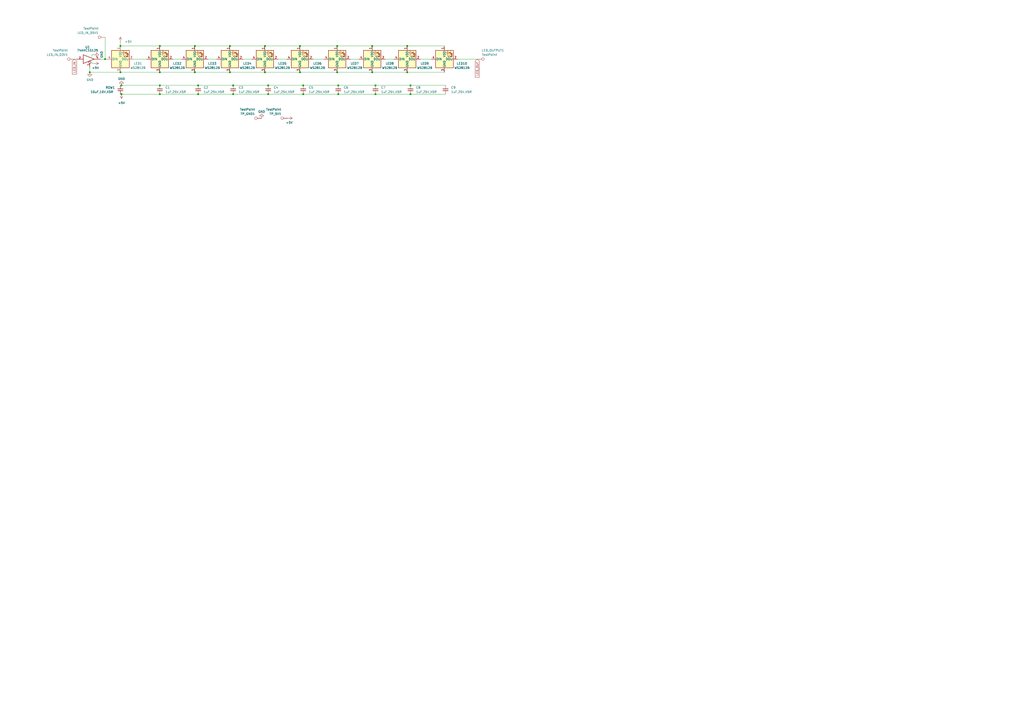
<source format=kicad_sch>
(kicad_sch (version 20230121) (generator eeschema)

  (uuid de7eb36f-0927-4bc4-a8d5-7ae44fdb1f63)

  (paper "A2")

  (lib_symbols
    (symbol "74xGxx:74AHC1G125" (pin_names (offset 1.016)) (in_bom yes) (on_board yes)
      (property "Reference" "U" (at -2.54 3.81 0)
        (effects (font (size 1.27 1.27)))
      )
      (property "Value" "74AHC1G125" (at 0 -3.81 0)
        (effects (font (size 1.27 1.27)))
      )
      (property "Footprint" "" (at 0 0 0)
        (effects (font (size 1.27 1.27)) hide)
      )
      (property "Datasheet" "http://www.ti.com/lit/sg/scyt129e/scyt129e.pdf" (at 0 0 0)
        (effects (font (size 1.27 1.27)) hide)
      )
      (property "ki_keywords" "Single Gate Buff Tri-State LVC CMOS" (at 0 0 0)
        (effects (font (size 1.27 1.27)) hide)
      )
      (property "ki_description" "Single Buffer Gate Tri-State, Low-Voltage CMOS" (at 0 0 0)
        (effects (font (size 1.27 1.27)) hide)
      )
      (property "ki_fp_filters" "SOT* SG-*" (at 0 0 0)
        (effects (font (size 1.27 1.27)) hide)
      )
      (symbol "74AHC1G125_0_1"
        (polyline
          (pts
            (xy -3.81 2.54)
            (xy -3.81 -2.54)
            (xy 2.54 0)
            (xy -3.81 2.54)
          )
          (stroke (width 0.254) (type default))
          (fill (type none))
        )
      )
      (symbol "74AHC1G125_1_1"
        (pin input inverted (at 0 5.08 270) (length 3.81)
          (name "~" (effects (font (size 1.016 1.016))))
          (number "1" (effects (font (size 1.016 1.016))))
        )
        (pin input line (at -7.62 0 0) (length 3.81)
          (name "~" (effects (font (size 1.016 1.016))))
          (number "2" (effects (font (size 1.016 1.016))))
        )
        (pin power_in line (at 1.27 -1.27 270) (length 0) hide
          (name "GND" (effects (font (size 1.016 1.016))))
          (number "3" (effects (font (size 1.016 1.016))))
        )
        (pin tri_state line (at 6.35 0 180) (length 3.81)
          (name "~" (effects (font (size 1.016 1.016))))
          (number "4" (effects (font (size 1.016 1.016))))
        )
        (pin power_in line (at 1.27 1.27 90) (length 0) hide
          (name "VCC" (effects (font (size 1.016 1.016))))
          (number "5" (effects (font (size 1.016 1.016))))
        )
      )
    )
    (symbol "Connector:TestPoint" (pin_numbers hide) (pin_names (offset 0.762) hide) (in_bom yes) (on_board yes)
      (property "Reference" "TP" (at 0 6.858 0)
        (effects (font (size 1.27 1.27)))
      )
      (property "Value" "TestPoint" (at 0 5.08 0)
        (effects (font (size 1.27 1.27)))
      )
      (property "Footprint" "" (at 5.08 0 0)
        (effects (font (size 1.27 1.27)) hide)
      )
      (property "Datasheet" "~" (at 5.08 0 0)
        (effects (font (size 1.27 1.27)) hide)
      )
      (property "ki_keywords" "test point tp" (at 0 0 0)
        (effects (font (size 1.27 1.27)) hide)
      )
      (property "ki_description" "test point" (at 0 0 0)
        (effects (font (size 1.27 1.27)) hide)
      )
      (property "ki_fp_filters" "Pin* Test*" (at 0 0 0)
        (effects (font (size 1.27 1.27)) hide)
      )
      (symbol "TestPoint_0_1"
        (circle (center 0 3.302) (radius 0.762)
          (stroke (width 0) (type default))
          (fill (type none))
        )
      )
      (symbol "TestPoint_1_1"
        (pin passive line (at 0 0 90) (length 2.54)
          (name "1" (effects (font (size 1.27 1.27))))
          (number "1" (effects (font (size 1.27 1.27))))
        )
      )
    )
    (symbol "calendar:XL-5050RGBC-WS2812B" (pin_names (offset 0.254)) (in_bom yes) (on_board yes)
      (property "Reference" "DAY1" (at 10.795 4.3307 0)
        (effects (font (size 1.27 1.27)))
      )
      (property "Value" "XL-5050RGBC-WS2812B" (at 10.795 1.7907 0)
        (effects (font (size 1.27 1.27)))
      )
      (property "Footprint" "LED_SMD:LED_WS2812B_PLCC4_5.0x5.0mm_P3.2mm" (at 1.27 -7.62 0)
        (effects (font (size 1.27 1.27)) (justify left top) hide)
      )
      (property "Datasheet" "https://jlcpcb.com/partdetail/Xinglight-XL_5050RGBCWS2812B/C2843785" (at 2.54 -9.525 0)
        (effects (font (size 1.27 1.27)) (justify left top) hide)
      )
      (property "LCSC" "C2843785" (at 0 0 0)
        (effects (font (size 1.27 1.27)) hide)
      )
      (property "ki_keywords" "RGB LED NeoPixel addressable" (at 0 0 0)
        (effects (font (size 1.27 1.27)) hide)
      )
      (property "ki_description" "RGB LED with integrated controller" (at 0 0 0)
        (effects (font (size 1.27 1.27)) hide)
      )
      (property "ki_fp_filters" "LED*WS2812*PLCC*5.0x5.0mm*P3.2mm*" (at 0 0 0)
        (effects (font (size 1.27 1.27)) hide)
      )
      (symbol "XL-5050RGBC-WS2812B_0_0"
        (text "RGB" (at 2.286 -4.191 0)
          (effects (font (size 0.762 0.762)))
        )
      )
      (symbol "XL-5050RGBC-WS2812B_0_1"
        (polyline
          (pts
            (xy 1.27 -3.556)
            (xy 1.778 -3.556)
          )
          (stroke (width 0) (type default))
          (fill (type none))
        )
        (polyline
          (pts
            (xy 1.27 -2.54)
            (xy 1.778 -2.54)
          )
          (stroke (width 0) (type default))
          (fill (type none))
        )
        (polyline
          (pts
            (xy 4.699 -3.556)
            (xy 2.667 -3.556)
          )
          (stroke (width 0) (type default))
          (fill (type none))
        )
        (polyline
          (pts
            (xy 2.286 -2.54)
            (xy 1.27 -3.556)
            (xy 1.27 -3.048)
          )
          (stroke (width 0) (type default))
          (fill (type none))
        )
        (polyline
          (pts
            (xy 2.286 -1.524)
            (xy 1.27 -2.54)
            (xy 1.27 -2.032)
          )
          (stroke (width 0) (type default))
          (fill (type none))
        )
        (polyline
          (pts
            (xy 3.683 -1.016)
            (xy 3.683 -3.556)
            (xy 3.683 -4.064)
          )
          (stroke (width 0) (type default))
          (fill (type none))
        )
        (polyline
          (pts
            (xy 4.699 -1.524)
            (xy 2.667 -1.524)
            (xy 3.683 -3.556)
            (xy 4.699 -1.524)
          )
          (stroke (width 0) (type default))
          (fill (type none))
        )
        (rectangle (start 5.08 5.08) (end -5.08 -5.08)
          (stroke (width 0.254) (type default))
          (fill (type background))
        )
      )
      (symbol "XL-5050RGBC-WS2812B_1_1"
        (pin power_in line (at 7.62 0 180) (length 2.54)
          (name "VDD" (effects (font (size 1.27 1.27))))
          (number "1" (effects (font (size 1.27 1.27))))
        )
        (pin output line (at 0 -7.62 90) (length 2.54)
          (name "DOU" (effects (font (size 1.27 1.27))))
          (number "2" (effects (font (size 1.27 1.27))))
        )
        (pin power_in line (at -7.62 0 0) (length 2.54)
          (name "GND" (effects (font (size 1.27 1.27))))
          (number "3" (effects (font (size 1.27 1.27))))
        )
        (pin input line (at 0 7.62 270) (length 2.54)
          (name "DIN" (effects (font (size 1.27 1.27))))
          (number "4" (effects (font (size 1.27 1.27))))
        )
      )
    )
    (symbol "jlcpcb-basic-capacitor-0402:1uF,25V,X5R " (in_bom yes) (on_board yes)
      (property "Reference" "C" (at 1.71 0.508 0)
        (effects (font (size 1.27 1.27)) (justify left))
      )
      (property "Value" "1uF,25V,X5R " (at 1.71 -1.016 0)
        (effects (font (size 1.27 1.27)) (justify left))
      )
      (property "Footprint" "C_0402_1005Metric" (at 0 0 0)
        (effects (font (size 1.27 1.27)) hide)
      )
      (property "Datasheet" "https://datasheet.lcsc.com/lcsc/1811091611_Samsung-Electro-Mechanics-CL05A105KA5NQNC_C52923.pdf" (at 0 0 0)
        (effects (font (size 1.27 1.27)) hide)
      )
      (property "LCSC" "C52923" (at 0 0 0)
        (effects (font (size 0 0)) hide)
      )
      (property "MFG" "Samsung Electro-Mechanics" (at 0 0 0)
        (effects (font (size 0 0)) hide)
      )
      (property "MFGPN" "CL05A105KA5NQNC" (at 0 0 0)
        (effects (font (size 0 0)) hide)
      )
      (property "ki_locked" "" (at 0 0 0)
        (effects (font (size 1.27 1.27)))
      )
      (property "ki_description" "25V 1uF X5R   10% 0402 Multilayer Ceramic Capacitors MLCC - SMD SMT ROHS" (at 0 0 0)
        (effects (font (size 1.27 1.27)) hide)
      )
      (symbol "1uF,25V,X5R _0_0"
        (polyline
          (pts
            (xy -1.524 -0.508)
            (xy 1.524 -0.508)
          )
          (stroke (width 0.3048) (type default))
          (fill (type none))
        )
        (polyline
          (pts
            (xy -1.524 0.508)
            (xy 1.524 0.508)
          )
          (stroke (width 0.3048) (type default))
          (fill (type none))
        )
        (pin passive line (at 0 2.54 270) (length 2.032)
          (name "~" (effects (font (size 0 0))))
          (number "1" (effects (font (size 0 0))))
        )
        (pin passive line (at 0 -2.54 90) (length 2.032)
          (name "~" (effects (font (size 0 0))))
          (number "2" (effects (font (size 0 0))))
        )
      )
    )
    (symbol "jlcpcb-basic-capacitor-0603:10uF,10V,X5R " (in_bom yes) (on_board yes)
      (property "Reference" "C" (at 1.71 0.508 0)
        (effects (font (size 1.27 1.27)) (justify left))
      )
      (property "Value" "10uF,10V,X5R " (at 1.71 -1.016 0)
        (effects (font (size 1.27 1.27)) (justify left))
      )
      (property "Footprint" "C_0603_1608Metric" (at 0 0 0)
        (effects (font (size 1.27 1.27)) hide)
      )
      (property "Datasheet" "https://datasheet.lcsc.com/lcsc/1810191219_Samsung-Electro-Mechanics-CL10A106KP8NNNC_C19702.pdf" (at 0 0 0)
        (effects (font (size 1.27 1.27)) hide)
      )
      (property "LCSC" "C19702" (at 0 0 0)
        (effects (font (size 0 0)) hide)
      )
      (property "MFG" "Samsung Electro-Mechanics" (at 0 0 0)
        (effects (font (size 0 0)) hide)
      )
      (property "MFGPN" "CL10A106KP8NNNC" (at 0 0 0)
        (effects (font (size 0 0)) hide)
      )
      (property "ki_locked" "" (at 0 0 0)
        (effects (font (size 1.27 1.27)))
      )
      (property "ki_description" "10V 10uF X5R   10% 0603 Multilayer Ceramic Capacitors MLCC - SMD SMT ROHS" (at 0 0 0)
        (effects (font (size 1.27 1.27)) hide)
      )
      (symbol "10uF,10V,X5R _0_0"
        (polyline
          (pts
            (xy -1.524 -0.508)
            (xy 1.524 -0.508)
          )
          (stroke (width 0.3048) (type default))
          (fill (type none))
        )
        (polyline
          (pts
            (xy -1.524 0.508)
            (xy 1.524 0.508)
          )
          (stroke (width 0.3048) (type default))
          (fill (type none))
        )
        (pin passive line (at 0 2.54 270) (length 2.032)
          (name "~" (effects (font (size 0 0))))
          (number "1" (effects (font (size 0 0))))
        )
        (pin passive line (at 0 -2.54 90) (length 2.032)
          (name "~" (effects (font (size 0 0))))
          (number "2" (effects (font (size 0 0))))
        )
      )
    )
    (symbol "power:+5V" (power) (pin_names (offset 0)) (in_bom yes) (on_board yes)
      (property "Reference" "#PWR" (at 0 -3.81 0)
        (effects (font (size 1.27 1.27)) hide)
      )
      (property "Value" "+5V" (at 0 3.556 0)
        (effects (font (size 1.27 1.27)))
      )
      (property "Footprint" "" (at 0 0 0)
        (effects (font (size 1.27 1.27)) hide)
      )
      (property "Datasheet" "" (at 0 0 0)
        (effects (font (size 1.27 1.27)) hide)
      )
      (property "ki_keywords" "power-flag" (at 0 0 0)
        (effects (font (size 1.27 1.27)) hide)
      )
      (property "ki_description" "Power symbol creates a global label with name \"+5V\"" (at 0 0 0)
        (effects (font (size 1.27 1.27)) hide)
      )
      (symbol "+5V_0_1"
        (polyline
          (pts
            (xy -0.762 1.27)
            (xy 0 2.54)
          )
          (stroke (width 0) (type default))
          (fill (type none))
        )
        (polyline
          (pts
            (xy 0 0)
            (xy 0 2.54)
          )
          (stroke (width 0) (type default))
          (fill (type none))
        )
        (polyline
          (pts
            (xy 0 2.54)
            (xy 0.762 1.27)
          )
          (stroke (width 0) (type default))
          (fill (type none))
        )
      )
      (symbol "+5V_1_1"
        (pin power_in line (at 0 0 90) (length 0) hide
          (name "+5V" (effects (font (size 1.27 1.27))))
          (number "1" (effects (font (size 1.27 1.27))))
        )
      )
    )
    (symbol "power:GND" (power) (pin_names (offset 0)) (in_bom yes) (on_board yes)
      (property "Reference" "#PWR" (at 0 -6.35 0)
        (effects (font (size 1.27 1.27)) hide)
      )
      (property "Value" "GND" (at 0 -3.81 0)
        (effects (font (size 1.27 1.27)))
      )
      (property "Footprint" "" (at 0 0 0)
        (effects (font (size 1.27 1.27)) hide)
      )
      (property "Datasheet" "" (at 0 0 0)
        (effects (font (size 1.27 1.27)) hide)
      )
      (property "ki_keywords" "power-flag" (at 0 0 0)
        (effects (font (size 1.27 1.27)) hide)
      )
      (property "ki_description" "Power symbol creates a global label with name \"GND\" , ground" (at 0 0 0)
        (effects (font (size 1.27 1.27)) hide)
      )
      (symbol "GND_0_1"
        (polyline
          (pts
            (xy 0 0)
            (xy 0 -1.27)
            (xy 1.27 -1.27)
            (xy 0 -2.54)
            (xy -1.27 -1.27)
            (xy 0 -1.27)
          )
          (stroke (width 0) (type default))
          (fill (type none))
        )
      )
      (symbol "GND_1_1"
        (pin power_in line (at 0 0 270) (length 0) hide
          (name "GND" (effects (font (size 1.27 1.27))))
          (number "1" (effects (font (size 1.27 1.27))))
        )
      )
    )
  )

  (junction (at 153.67 41.91) (diameter 0) (color 0 0 0 0)
    (uuid 1425014b-fea8-460f-b5c3-a9550868bfc9)
  )
  (junction (at 155.575 49.53) (diameter 0) (color 0 0 0 0)
    (uuid 169e25e8-0ddb-42b0-a01c-fd50a0717fcb)
  )
  (junction (at 69.85 41.91) (diameter 0) (color 0 0 0 0)
    (uuid 184b0552-abfb-4c28-b644-ef396f01f979)
  )
  (junction (at 215.9 26.67) (diameter 0) (color 0 0 0 0)
    (uuid 1f415230-bc89-4f3b-9a1a-5e04b1c1e1fc)
  )
  (junction (at 69.85 26.67) (diameter 0) (color 0 0 0 0)
    (uuid 2384e642-e181-4857-bcd0-8637a0a5d74a)
  )
  (junction (at 195.58 26.67) (diameter 0) (color 0 0 0 0)
    (uuid 330e62b1-4cde-43ef-8b20-d92ba7de878c)
  )
  (junction (at 92.71 49.53) (diameter 0) (color 0 0 0 0)
    (uuid 3449dd72-b2ce-47e1-9260-3e22c1c1300d)
  )
  (junction (at 70.485 49.53) (diameter 0) (color 0 0 0 0)
    (uuid 411e2d54-79e4-4b5e-9511-1d6fe545cc3f)
  )
  (junction (at 238.125 49.53) (diameter 0) (color 0 0 0 0)
    (uuid 485dfe94-3483-41e6-a003-e5d6deec6254)
  )
  (junction (at 92.71 54.61) (diameter 0) (color 0 0 0 0)
    (uuid 4a9ecad1-c8be-4782-858b-21d7ba3dc6f5)
  )
  (junction (at 217.805 49.53) (diameter 0) (color 0 0 0 0)
    (uuid 50bd1706-6df8-4610-b348-0fcb84263b69)
  )
  (junction (at 153.67 26.67) (diameter 0) (color 0 0 0 0)
    (uuid 561115c0-a48e-4c4c-99a7-ad27b66dd2e1)
  )
  (junction (at 133.35 41.91) (diameter 0) (color 0 0 0 0)
    (uuid 5bd8492c-1a36-4f76-aa60-c438c840a208)
  )
  (junction (at 196.215 49.53) (diameter 0) (color 0 0 0 0)
    (uuid 5c90c1cb-99c2-4da6-907f-89318242b151)
  )
  (junction (at 196.215 54.61) (diameter 0) (color 0 0 0 0)
    (uuid 5d4123fd-a558-4be1-a99e-033ee57a9173)
  )
  (junction (at 135.255 54.61) (diameter 0) (color 0 0 0 0)
    (uuid 643f74d8-db89-4386-8787-b12c8c95cc9d)
  )
  (junction (at 114.935 54.61) (diameter 0) (color 0 0 0 0)
    (uuid 6a6f3749-0cdc-4efa-b694-4aeebacc2e11)
  )
  (junction (at 175.895 49.53) (diameter 0) (color 0 0 0 0)
    (uuid 6af4cf2a-300e-4f89-8242-ce10528db867)
  )
  (junction (at 113.03 41.91) (diameter 0) (color 0 0 0 0)
    (uuid 7083b69f-a61b-48d2-9011-8a31f9736496)
  )
  (junction (at 173.99 41.91) (diameter 0) (color 0 0 0 0)
    (uuid 7fd2377d-aa2c-46f9-bf0b-68093974a20c)
  )
  (junction (at 52.07 41.91) (diameter 0) (color 0 0 0 0)
    (uuid 90a6f25a-bd3c-4084-a220-f24e856d34af)
  )
  (junction (at 70.485 54.61) (diameter 0) (color 0 0 0 0)
    (uuid 978eccc6-aab6-4f24-9233-997f1605d5e8)
  )
  (junction (at 92.71 41.91) (diameter 0) (color 0 0 0 0)
    (uuid b3011937-c1b6-49e5-9593-912a0528213c)
  )
  (junction (at 113.03 26.67) (diameter 0) (color 0 0 0 0)
    (uuid b42cb2d5-7ffe-4c1c-9098-5941742fcb02)
  )
  (junction (at 236.22 41.91) (diameter 0) (color 0 0 0 0)
    (uuid b9008a04-e88d-4b07-9226-33d026863334)
  )
  (junction (at 215.9 41.91) (diameter 0) (color 0 0 0 0)
    (uuid c0e2f9ed-bda6-4d28-9eec-895006aa4b2e)
  )
  (junction (at 114.935 49.53) (diameter 0) (color 0 0 0 0)
    (uuid c16024c9-5fa6-4bd6-b581-97ac1b23060e)
  )
  (junction (at 155.575 54.61) (diameter 0) (color 0 0 0 0)
    (uuid c3bae7a0-8197-435c-8032-2e52cdac8273)
  )
  (junction (at 217.805 54.61) (diameter 0) (color 0 0 0 0)
    (uuid cb6fb0f1-33ff-47b6-85b6-5634e4c77121)
  )
  (junction (at 195.58 41.91) (diameter 0) (color 0 0 0 0)
    (uuid d1e6790a-0172-4aee-a232-9261175b14c9)
  )
  (junction (at 175.895 54.61) (diameter 0) (color 0 0 0 0)
    (uuid d6c9f006-4513-4fab-b011-8dbb95910162)
  )
  (junction (at 238.125 54.61) (diameter 0) (color 0 0 0 0)
    (uuid d6da741e-2a55-4957-bf43-d957e5d51e16)
  )
  (junction (at 133.35 26.67) (diameter 0) (color 0 0 0 0)
    (uuid d753be18-97fa-4dfc-954c-36e6a7b3ffa6)
  )
  (junction (at 173.99 26.67) (diameter 0) (color 0 0 0 0)
    (uuid e010f8fd-7a4c-4440-a3fd-5e7ec6a1da69)
  )
  (junction (at 60.96 34.29) (diameter 0) (color 0 0 0 0)
    (uuid e039108c-b425-4f61-8730-fe7b2b92bfc7)
  )
  (junction (at 135.255 49.53) (diameter 0) (color 0 0 0 0)
    (uuid eec8eb97-0a22-481c-a260-bfadd68a5643)
  )
  (junction (at 92.71 26.67) (diameter 0) (color 0 0 0 0)
    (uuid f3882d1e-2d88-47d6-9b9e-5602c8208db6)
  )
  (junction (at 236.22 26.67) (diameter 0) (color 0 0 0 0)
    (uuid fa925fc4-6a6f-4bfb-9cb7-240ae1d225af)
  )

  (wire (pts (xy 140.97 34.29) (xy 146.05 34.29))
    (stroke (width 0) (type default))
    (uuid 013bdb23-dfa3-4c6d-b2a2-04a3e8a8deb3)
  )
  (wire (pts (xy 215.9 26.67) (xy 236.22 26.67))
    (stroke (width 0) (type default))
    (uuid 1191ecbf-4dde-4d40-8af5-2d1dfd56d716)
  )
  (wire (pts (xy 238.125 54.61) (xy 258.445 54.61))
    (stroke (width 0) (type default))
    (uuid 14b60a8b-c5e9-4ede-ad8a-94bae4cce605)
  )
  (wire (pts (xy 173.99 26.67) (xy 195.58 26.67))
    (stroke (width 0) (type default))
    (uuid 155f7ad8-38d2-4a28-bec7-1d5eed7a814d)
  )
  (wire (pts (xy 236.22 26.67) (xy 257.81 26.67))
    (stroke (width 0) (type default))
    (uuid 198c73b9-f370-444b-ae6b-eef6cc0d6358)
  )
  (wire (pts (xy 52.07 39.37) (xy 52.07 41.91))
    (stroke (width 0) (type default))
    (uuid 32ad38c1-941a-4eba-a8f0-b8173f0ca5f5)
  )
  (wire (pts (xy 92.71 41.91) (xy 113.03 41.91))
    (stroke (width 0) (type default))
    (uuid 332e4ca3-4387-4c61-a4b6-91d8c9266fc4)
  )
  (wire (pts (xy 60.96 21.59) (xy 60.96 34.29))
    (stroke (width 0) (type default))
    (uuid 35b5703a-b42b-4659-bf50-5720bb86756d)
  )
  (wire (pts (xy 69.85 54.61) (xy 70.485 54.61))
    (stroke (width 0) (type default))
    (uuid 37a5ca6e-822a-440c-8349-191f1f885186)
  )
  (wire (pts (xy 276.86 34.29) (xy 265.43 34.29))
    (stroke (width 0) (type default))
    (uuid 3babaa14-a8d9-4c68-95d5-de09a06e6b8a)
  )
  (wire (pts (xy 243.84 34.29) (xy 250.19 34.29))
    (stroke (width 0) (type default))
    (uuid 3cf3e6dc-f946-4bd1-b223-e32ea8d3743c)
  )
  (wire (pts (xy 155.575 54.61) (xy 175.895 54.61))
    (stroke (width 0) (type default))
    (uuid 42dca6bc-c9e0-4685-8e8a-5a8609bcaa11)
  )
  (wire (pts (xy 114.935 49.53) (xy 135.255 49.53))
    (stroke (width 0) (type default))
    (uuid 444c645a-77fb-473b-9b30-37308f021fa9)
  )
  (wire (pts (xy 53.34 36.83) (xy 53.34 35.56))
    (stroke (width 0) (type default))
    (uuid 4a8b5ca8-9222-4b33-8ffd-a335e69870fe)
  )
  (wire (pts (xy 215.9 41.91) (xy 236.22 41.91))
    (stroke (width 0) (type default))
    (uuid 4c2e21ff-ee88-4e4d-b8fc-e09464b97e54)
  )
  (wire (pts (xy 69.85 49.53) (xy 70.485 49.53))
    (stroke (width 0) (type default))
    (uuid 4d4c67a0-407d-4064-a8ef-cd3968ecbdca)
  )
  (wire (pts (xy 69.85 26.67) (xy 92.71 26.67))
    (stroke (width 0) (type default))
    (uuid 4eb9828a-4164-4eb9-9e37-067b00beb214)
  )
  (wire (pts (xy 43.18 34.29) (xy 44.45 34.29))
    (stroke (width 0) (type default))
    (uuid 4fedfb40-bdcc-48be-a463-5524ce3c46c9)
  )
  (wire (pts (xy 217.805 49.53) (xy 238.125 49.53))
    (stroke (width 0) (type default))
    (uuid 57696755-bd0e-4c5f-942a-cd665b1650d7)
  )
  (wire (pts (xy 92.71 26.67) (xy 113.03 26.67))
    (stroke (width 0) (type default))
    (uuid 58d7c74f-8184-40cb-aef7-86128fed7bbb)
  )
  (wire (pts (xy 238.125 49.53) (xy 258.445 49.53))
    (stroke (width 0) (type default))
    (uuid 5e775be3-ca4b-4f2b-bcc6-bae4e02df864)
  )
  (wire (pts (xy 69.85 24.13) (xy 69.85 26.67))
    (stroke (width 0) (type default))
    (uuid 60b7b6c4-8493-4830-882c-1414bd93428c)
  )
  (wire (pts (xy 54.61 36.83) (xy 53.34 36.83))
    (stroke (width 0) (type default))
    (uuid 633086e0-8ea1-4ee2-9096-4e010de223fa)
  )
  (wire (pts (xy 114.935 54.61) (xy 135.255 54.61))
    (stroke (width 0) (type default))
    (uuid 6510e97f-78ce-40c5-8725-04777b8649b7)
  )
  (wire (pts (xy 69.85 41.91) (xy 52.07 41.91))
    (stroke (width 0) (type default))
    (uuid 70749c7a-44c1-4470-9a70-bd38ec0575c4)
  )
  (wire (pts (xy 92.71 54.61) (xy 114.935 54.61))
    (stroke (width 0) (type default))
    (uuid 74634f2b-1f98-4630-b5fc-4fbc4f67c0d3)
  )
  (wire (pts (xy 236.22 41.91) (xy 257.81 41.91))
    (stroke (width 0) (type default))
    (uuid 77391da6-4702-4f33-92b9-e3361b96dc5c)
  )
  (wire (pts (xy 161.29 34.29) (xy 166.37 34.29))
    (stroke (width 0) (type default))
    (uuid 78962266-ed9d-452c-89dc-cd503c6b8a91)
  )
  (wire (pts (xy 153.67 41.91) (xy 173.99 41.91))
    (stroke (width 0) (type default))
    (uuid 7a54556a-5c48-4177-93f2-b51c1e0acb4a)
  )
  (wire (pts (xy 175.895 49.53) (xy 196.215 49.53))
    (stroke (width 0) (type default))
    (uuid 7ad718f6-01b9-4aaf-9e40-e7eb5f4b31ea)
  )
  (wire (pts (xy 58.42 34.29) (xy 60.96 34.29))
    (stroke (width 0) (type default))
    (uuid 86b30925-6f5f-472c-98e7-9ec44cb5b847)
  )
  (wire (pts (xy 203.2 34.29) (xy 208.28 34.29))
    (stroke (width 0) (type default))
    (uuid 8dbc8a81-fae0-47d2-8ee8-2eeae82317d6)
  )
  (wire (pts (xy 70.485 49.53) (xy 92.71 49.53))
    (stroke (width 0) (type default))
    (uuid 8eb1789e-7a03-4d49-8e25-f1eac3ae93d5)
  )
  (wire (pts (xy 196.215 49.53) (xy 217.805 49.53))
    (stroke (width 0) (type default))
    (uuid 8ff4cbb0-f44d-412f-b5e1-eb2905782f4a)
  )
  (wire (pts (xy 135.255 54.61) (xy 155.575 54.61))
    (stroke (width 0) (type default))
    (uuid 91673201-7b13-4697-bad9-d4368a063b17)
  )
  (wire (pts (xy 195.58 26.67) (xy 215.9 26.67))
    (stroke (width 0) (type default))
    (uuid 9193ab32-1da1-4071-90ec-2b917fe31b8e)
  )
  (wire (pts (xy 60.96 34.29) (xy 62.23 34.29))
    (stroke (width 0) (type default))
    (uuid 96b60d28-9c66-41c8-87c5-af08a971d2e4)
  )
  (wire (pts (xy 133.35 26.67) (xy 153.67 26.67))
    (stroke (width 0) (type default))
    (uuid 9aa00d2f-35b9-4d3e-bdbf-5781510fa089)
  )
  (wire (pts (xy 217.805 54.61) (xy 238.125 54.61))
    (stroke (width 0) (type default))
    (uuid 9d45a10a-4ea3-4c9b-a2a3-44bb2363b68c)
  )
  (wire (pts (xy 113.03 41.91) (xy 133.35 41.91))
    (stroke (width 0) (type default))
    (uuid a112a7ec-42d0-4e5a-90d5-eb2c04c1942b)
  )
  (wire (pts (xy 153.67 26.67) (xy 173.99 26.67))
    (stroke (width 0) (type default))
    (uuid a5835864-5a10-4013-bbd6-83ce7418654a)
  )
  (wire (pts (xy 70.485 54.61) (xy 92.71 54.61))
    (stroke (width 0) (type default))
    (uuid a706227b-7b6c-43e9-a1e5-0f33ee4e1a51)
  )
  (wire (pts (xy 135.255 49.53) (xy 155.575 49.53))
    (stroke (width 0) (type default))
    (uuid a751fcc9-b1c0-49ba-92a4-f48c4d83b494)
  )
  (wire (pts (xy 92.71 49.53) (xy 114.935 49.53))
    (stroke (width 0) (type default))
    (uuid a79c9d1e-7dbc-438a-87e6-df79d98f0749)
  )
  (wire (pts (xy 173.99 41.91) (xy 195.58 41.91))
    (stroke (width 0) (type default))
    (uuid bfc4f5cc-8bdd-4c03-9d9a-a674f27b6a74)
  )
  (wire (pts (xy 100.33 34.29) (xy 105.41 34.29))
    (stroke (width 0) (type default))
    (uuid c804e51a-abc8-4a50-976c-a05c991a38c9)
  )
  (wire (pts (xy 69.85 41.91) (xy 92.71 41.91))
    (stroke (width 0) (type default))
    (uuid cf92d8ad-a4ab-49eb-927f-55c52de601c4)
  )
  (wire (pts (xy 53.34 31.75) (xy 53.34 33.02))
    (stroke (width 0) (type default))
    (uuid d1600026-ccec-4542-9621-655b6f1efb18)
  )
  (wire (pts (xy 133.35 41.91) (xy 153.67 41.91))
    (stroke (width 0) (type default))
    (uuid d3163849-8412-4fd1-b2a0-c431931c53b0)
  )
  (wire (pts (xy 54.61 31.75) (xy 53.34 31.75))
    (stroke (width 0) (type default))
    (uuid d32a1afb-dfef-4748-98d9-fe64de575afe)
  )
  (wire (pts (xy 77.47 34.29) (xy 85.09 34.29))
    (stroke (width 0) (type default))
    (uuid d9a08b1f-2e03-4157-84b5-4d4dc8ad78e7)
  )
  (wire (pts (xy 196.215 54.61) (xy 217.805 54.61))
    (stroke (width 0) (type default))
    (uuid dd9ae6b0-d439-46d8-a983-7dd99f923aac)
  )
  (wire (pts (xy 120.65 34.29) (xy 125.73 34.29))
    (stroke (width 0) (type default))
    (uuid df05a2b6-560c-4f6a-be2e-cd0a7591ce9d)
  )
  (wire (pts (xy 181.61 34.29) (xy 187.96 34.29))
    (stroke (width 0) (type default))
    (uuid e35c691e-034b-4d65-a953-fa784e769bda)
  )
  (wire (pts (xy 223.52 34.29) (xy 228.6 34.29))
    (stroke (width 0) (type default))
    (uuid e457934b-432e-4511-adbf-7e9c4284221b)
  )
  (wire (pts (xy 175.895 54.61) (xy 196.215 54.61))
    (stroke (width 0) (type default))
    (uuid e72b48a2-77a6-41e6-a753-4df6e1d34230)
  )
  (wire (pts (xy 195.58 41.91) (xy 215.9 41.91))
    (stroke (width 0) (type default))
    (uuid e863598f-8baf-4ea7-b442-c0cd9b1a8ae6)
  )
  (wire (pts (xy 155.575 49.53) (xy 175.895 49.53))
    (stroke (width 0) (type default))
    (uuid f42e8c65-c214-4549-abfb-d99471263c2b)
  )
  (wire (pts (xy 113.03 26.67) (xy 133.35 26.67))
    (stroke (width 0) (type default))
    (uuid f5c1afae-a518-4531-86d8-2dc77699fd69)
  )

  (global_label "LED_OUT" (shape input) (at 276.86 34.29 270) (fields_autoplaced)
    (effects (font (size 1.27 1.27)) (justify right))
    (uuid 3017e4e8-a97f-48f8-bf7e-b4f658b1c746)
    (property "Intersheetrefs" "${INTERSHEET_REFS}" (at 276.86 45.2391 90)
      (effects (font (size 1.27 1.27)) (justify right) hide)
    )
  )
  (global_label "LED_IN" (shape input) (at 43.18 34.29 270) (fields_autoplaced)
    (effects (font (size 1.27 1.27)) (justify right))
    (uuid f92ad7fc-ee86-4085-8bbc-230cb4018e0c)
    (property "Intersheetrefs" "${INTERSHEET_REFS}" (at 43.18 43.5458 90)
      (effects (font (size 1.27 1.27)) (justify right) hide)
    )
  )

  (symbol (lib_id "power:+5V") (at 54.61 36.83 270) (unit 1)
    (in_bom yes) (on_board yes) (dnp no)
    (uuid 0b92bdd3-c17a-47a2-9ee5-71a4fbf0bd7d)
    (property "Reference" "#PWR055" (at 50.8 36.83 0)
      (effects (font (size 1.27 1.27)) hide)
    )
    (property "Value" "+5V" (at 53.34 39.37 90)
      (effects (font (size 1.27 1.27)) (justify left))
    )
    (property "Footprint" "" (at 54.61 36.83 0)
      (effects (font (size 1.27 1.27)) hide)
    )
    (property "Datasheet" "" (at 54.61 36.83 0)
      (effects (font (size 1.27 1.27)) hide)
    )
    (pin "1" (uuid e57df8e5-37e2-43cd-a91d-eeafc06420d7))
    (instances
      (project "EveryDayCalendarSingleMonth"
        (path "/9dba08e4-9ede-4cf2-8c00-344ecdbc2a13"
          (reference "#PWR055") (unit 1)
        )
      )
      (project "GameOfShrooms2023"
        (path "/de7eb36f-0927-4bc4-a8d5-7ae44fdb1f63"
          (reference "#PWR03") (unit 1)
        )
      )
    )
  )

  (symbol (lib_id "calendar:XL-5050RGBC-WS2812B") (at 257.81 34.29 90) (unit 1)
    (in_bom yes) (on_board yes) (dnp no)
    (uuid 1a9a9042-a063-4fe9-87e3-36fd787f7327)
    (property "Reference" "DAY1" (at 267.97 36.83 90)
      (effects (font (size 1.27 1.27)))
    )
    (property "Value" "WS2812B" (at 267.97 39.37 90)
      (effects (font (size 1.27 1.27)))
    )
    (property "Footprint" "LED_SMD:LED_WS2812B_PLCC4_5.0x5.0mm_P3.2mm" (at 265.43 33.02 0)
      (effects (font (size 1.27 1.27)) (justify left top) hide)
    )
    (property "Datasheet" "https://jlcpcb.com/partdetail/Xinglight-XL_5050RGBCWS2812B/C2843785" (at 267.335 31.75 0)
      (effects (font (size 1.27 1.27)) (justify left top) hide)
    )
    (property "LCSC" "C2843785" (at 257.81 34.29 0)
      (effects (font (size 1.27 1.27)) hide)
    )
    (pin "1" (uuid 1818fbcd-300b-4934-9271-76d617390146))
    (pin "2" (uuid d29964a9-d8c4-4c87-b4c8-ae96dbf93373))
    (pin "3" (uuid 1e21c2dc-f67a-4cff-9e12-c90066717afe))
    (pin "4" (uuid 05f3adae-085e-4b8a-a228-1545256858ee))
    (instances
      (project "EveryDayCalendarSingleMonth"
        (path "/9dba08e4-9ede-4cf2-8c00-344ecdbc2a13"
          (reference "DAY1") (unit 1)
        )
      )
      (project "GameOfShrooms2023"
        (path "/de7eb36f-0927-4bc4-a8d5-7ae44fdb1f63"
          (reference "LED10") (unit 1)
        )
      )
    )
  )

  (symbol (lib_id "jlcpcb-basic-capacitor-0402:1uF,25V,X5R ") (at 135.255 52.07 0) (unit 1)
    (in_bom yes) (on_board yes) (dnp no) (fields_autoplaced)
    (uuid 2442fa52-1be7-426e-ab19-7aa5943c3e42)
    (property "Reference" "C19" (at 138.43 50.7999 0)
      (effects (font (size 1.27 1.27)) (justify left))
    )
    (property "Value" "1uF,25V,X5R " (at 138.43 53.3399 0)
      (effects (font (size 1.27 1.27)) (justify left))
    )
    (property "Footprint" "GameOfShrooms2023:C_0402_1005Metric" (at 135.255 52.07 0)
      (effects (font (size 1.27 1.27)) hide)
    )
    (property "Datasheet" "https://datasheet.lcsc.com/lcsc/1811091611_Samsung-Electro-Mechanics-CL05A105KA5NQNC_C52923.pdf" (at 135.255 52.07 0)
      (effects (font (size 1.27 1.27)) hide)
    )
    (property "LCSC" "C52923" (at 135.255 52.07 0)
      (effects (font (size 0 0)) hide)
    )
    (property "MFG" "Samsung Electro-Mechanics" (at 135.255 52.07 0)
      (effects (font (size 0 0)) hide)
    )
    (property "MFGPN" "CL05A105KA5NQNC" (at 135.255 52.07 0)
      (effects (font (size 0 0)) hide)
    )
    (pin "1" (uuid 064baa5d-06e1-4bec-8b21-5b565fc5bd55))
    (pin "2" (uuid f34046e1-5278-42cb-b6f8-96f8c3d5aee1))
    (instances
      (project "EveryDayCalendarSingleMonth"
        (path "/9dba08e4-9ede-4cf2-8c00-344ecdbc2a13"
          (reference "C19") (unit 1)
        )
      )
      (project "GameOfShrooms2023"
        (path "/de7eb36f-0927-4bc4-a8d5-7ae44fdb1f63"
          (reference "C3") (unit 1)
        )
      )
    )
  )

  (symbol (lib_id "calendar:XL-5050RGBC-WS2812B") (at 153.67 34.29 90) (unit 1)
    (in_bom yes) (on_board yes) (dnp no)
    (uuid 35eeca95-3c71-46f5-b21d-2a6a943bb2b9)
    (property "Reference" "DAY1" (at 163.83 36.83 90)
      (effects (font (size 1.27 1.27)))
    )
    (property "Value" "WS2812B" (at 163.83 39.37 90)
      (effects (font (size 1.27 1.27)))
    )
    (property "Footprint" "LED_SMD:LED_WS2812B_PLCC4_5.0x5.0mm_P3.2mm" (at 161.29 33.02 0)
      (effects (font (size 1.27 1.27)) (justify left top) hide)
    )
    (property "Datasheet" "https://jlcpcb.com/partdetail/Xinglight-XL_5050RGBCWS2812B/C2843785" (at 163.195 31.75 0)
      (effects (font (size 1.27 1.27)) (justify left top) hide)
    )
    (property "LCSC" "C2843785" (at 153.67 34.29 0)
      (effects (font (size 1.27 1.27)) hide)
    )
    (pin "1" (uuid a3671f4e-41bb-4f89-a9c1-eeea41f93e3b))
    (pin "2" (uuid 4455328e-0a51-43f5-8568-3e4b7b09a420))
    (pin "3" (uuid 0df67391-8616-4e07-9bf1-29e52ed809ef))
    (pin "4" (uuid 289f72df-3313-42f6-ab9b-c040dd1f6cdc))
    (instances
      (project "EveryDayCalendarSingleMonth"
        (path "/9dba08e4-9ede-4cf2-8c00-344ecdbc2a13"
          (reference "DAY1") (unit 1)
        )
      )
      (project "GameOfShrooms2023"
        (path "/de7eb36f-0927-4bc4-a8d5-7ae44fdb1f63"
          (reference "LED5") (unit 1)
        )
      )
    )
  )

  (symbol (lib_id "calendar:XL-5050RGBC-WS2812B") (at 236.22 34.29 90) (unit 1)
    (in_bom yes) (on_board yes) (dnp no)
    (uuid 571d6747-94f3-4aa0-b7e4-b596e4d069eb)
    (property "Reference" "DAY1" (at 246.38 36.83 90)
      (effects (font (size 1.27 1.27)))
    )
    (property "Value" "WS2812B" (at 246.38 39.37 90)
      (effects (font (size 1.27 1.27)))
    )
    (property "Footprint" "LED_SMD:LED_WS2812B_PLCC4_5.0x5.0mm_P3.2mm" (at 243.84 33.02 0)
      (effects (font (size 1.27 1.27)) (justify left top) hide)
    )
    (property "Datasheet" "https://jlcpcb.com/partdetail/Xinglight-XL_5050RGBCWS2812B/C2843785" (at 245.745 31.75 0)
      (effects (font (size 1.27 1.27)) (justify left top) hide)
    )
    (property "LCSC" "C2843785" (at 236.22 34.29 0)
      (effects (font (size 1.27 1.27)) hide)
    )
    (pin "1" (uuid 75c7c9f4-3526-4dcd-bcf9-b8c59d72ed19))
    (pin "2" (uuid b5b8dfe3-1586-4668-8a33-65ea4ab16b63))
    (pin "3" (uuid 6b19a07e-023d-4cfb-9b3d-9338d2fed4e6))
    (pin "4" (uuid 1e46923c-ebcc-4a1f-8d50-5ab7da4a005d))
    (instances
      (project "EveryDayCalendarSingleMonth"
        (path "/9dba08e4-9ede-4cf2-8c00-344ecdbc2a13"
          (reference "DAY1") (unit 1)
        )
      )
      (project "GameOfShrooms2023"
        (path "/de7eb36f-0927-4bc4-a8d5-7ae44fdb1f63"
          (reference "LED9") (unit 1)
        )
      )
    )
  )

  (symbol (lib_id "Connector:TestPoint") (at 60.96 21.59 90) (unit 1)
    (in_bom yes) (on_board yes) (dnp no)
    (uuid 5a3b4a02-c9be-41d5-bfdc-30d6b8abb42c)
    (property "Reference" "LED_IN1" (at 57.15 19.05 90)
      (effects (font (size 1.27 1.27)) (justify left))
    )
    (property "Value" "TestPoint" (at 57.15 16.51 90)
      (effects (font (size 1.27 1.27)) (justify left))
    )
    (property "Footprint" "TestPoint:TestPoint_Pad_2.5x2.5mm" (at 60.96 16.51 0)
      (effects (font (size 1.27 1.27)) hide)
    )
    (property "Datasheet" "~" (at 60.96 16.51 0)
      (effects (font (size 1.27 1.27)) hide)
    )
    (pin "1" (uuid 4fdcf3d1-6311-42fa-9789-e7ae46970f28))
    (instances
      (project "EveryDayCalendarSingleMonth"
        (path "/9dba08e4-9ede-4cf2-8c00-344ecdbc2a13"
          (reference "LED_IN1") (unit 1)
        )
      )
      (project "GameOfShrooms2023"
        (path "/de7eb36f-0927-4bc4-a8d5-7ae44fdb1f63"
          (reference "LED_IN_D5V1") (unit 1)
        )
      )
    )
  )

  (symbol (lib_id "jlcpcb-basic-capacitor-0402:1uF,25V,X5R ") (at 217.805 52.07 0) (unit 1)
    (in_bom yes) (on_board yes) (dnp no) (fields_autoplaced)
    (uuid 5d61ba2e-dbf2-4ec3-8ca1-c087a9a8358a)
    (property "Reference" "C3" (at 220.98 50.7999 0)
      (effects (font (size 1.27 1.27)) (justify left))
    )
    (property "Value" "1uF,25V,X5R " (at 220.98 53.3399 0)
      (effects (font (size 1.27 1.27)) (justify left))
    )
    (property "Footprint" "GameOfShrooms2023:C_0402_1005Metric" (at 217.805 52.07 0)
      (effects (font (size 1.27 1.27)) hide)
    )
    (property "Datasheet" "https://datasheet.lcsc.com/lcsc/1811091611_Samsung-Electro-Mechanics-CL05A105KA5NQNC_C52923.pdf" (at 217.805 52.07 0)
      (effects (font (size 1.27 1.27)) hide)
    )
    (property "LCSC" "C52923" (at 217.805 52.07 0)
      (effects (font (size 0 0)) hide)
    )
    (property "MFG" "Samsung Electro-Mechanics" (at 217.805 52.07 0)
      (effects (font (size 0 0)) hide)
    )
    (property "MFGPN" "CL05A105KA5NQNC" (at 217.805 52.07 0)
      (effects (font (size 0 0)) hide)
    )
    (pin "1" (uuid 39627160-9dc5-4670-91b9-8dcafcdbcaef))
    (pin "2" (uuid dcb79e37-bbb1-4dc8-8c48-994a7060a35f))
    (instances
      (project "EveryDayCalendarSingleMonth"
        (path "/9dba08e4-9ede-4cf2-8c00-344ecdbc2a13"
          (reference "C3") (unit 1)
        )
      )
      (project "GameOfShrooms2023"
        (path "/de7eb36f-0927-4bc4-a8d5-7ae44fdb1f63"
          (reference "C7") (unit 1)
        )
      )
    )
  )

  (symbol (lib_id "power:GND") (at 70.485 49.53 180) (unit 1)
    (in_bom yes) (on_board yes) (dnp no) (fields_autoplaced)
    (uuid 63c59765-583d-4877-8d15-09a68456d486)
    (property "Reference" "#PWR021" (at 70.485 43.18 0)
      (effects (font (size 1.27 1.27)) hide)
    )
    (property "Value" "GND" (at 70.485 45.72 0)
      (effects (font (size 1.27 1.27)))
    )
    (property "Footprint" "" (at 70.485 49.53 0)
      (effects (font (size 1.27 1.27)) hide)
    )
    (property "Datasheet" "" (at 70.485 49.53 0)
      (effects (font (size 1.27 1.27)) hide)
    )
    (pin "1" (uuid e517e2ae-ee7d-4c4b-8978-acbc8b05c015))
    (instances
      (project "EveryDayCalendarSingleMonth"
        (path "/9dba08e4-9ede-4cf2-8c00-344ecdbc2a13"
          (reference "#PWR021") (unit 1)
        )
      )
      (project "GameOfShrooms2023"
        (path "/de7eb36f-0927-4bc4-a8d5-7ae44fdb1f63"
          (reference "#PWR05") (unit 1)
        )
      )
    )
  )

  (symbol (lib_id "calendar:XL-5050RGBC-WS2812B") (at 173.99 34.29 90) (unit 1)
    (in_bom yes) (on_board yes) (dnp no)
    (uuid 6979d27f-251f-4c65-a5fa-e8069daa21f8)
    (property "Reference" "DAY1" (at 184.15 36.83 90)
      (effects (font (size 1.27 1.27)))
    )
    (property "Value" "WS2812B" (at 184.15 39.37 90)
      (effects (font (size 1.27 1.27)))
    )
    (property "Footprint" "LED_SMD:LED_WS2812B_PLCC4_5.0x5.0mm_P3.2mm" (at 181.61 33.02 0)
      (effects (font (size 1.27 1.27)) (justify left top) hide)
    )
    (property "Datasheet" "https://jlcpcb.com/partdetail/Xinglight-XL_5050RGBCWS2812B/C2843785" (at 183.515 31.75 0)
      (effects (font (size 1.27 1.27)) (justify left top) hide)
    )
    (property "LCSC" "C2843785" (at 173.99 34.29 0)
      (effects (font (size 1.27 1.27)) hide)
    )
    (pin "1" (uuid ef3b6475-d811-429c-b233-f4a4f3c1c3c6))
    (pin "2" (uuid fc40c8db-afe5-4777-b0e1-2b7ee6f7f101))
    (pin "3" (uuid eea6053c-1d2b-468b-aebb-c0ba825f271c))
    (pin "4" (uuid 5e7352e2-edf3-4f70-949c-6e1563849502))
    (instances
      (project "EveryDayCalendarSingleMonth"
        (path "/9dba08e4-9ede-4cf2-8c00-344ecdbc2a13"
          (reference "DAY1") (unit 1)
        )
      )
      (project "GameOfShrooms2023"
        (path "/de7eb36f-0927-4bc4-a8d5-7ae44fdb1f63"
          (reference "LED6") (unit 1)
        )
      )
    )
  )

  (symbol (lib_id "Connector:TestPoint") (at 276.86 34.29 270) (unit 1)
    (in_bom yes) (on_board yes) (dnp no)
    (uuid 6b55cfd3-2d7d-411e-953d-c8ed10d0c2d4)
    (property "Reference" "LED_IN1" (at 279.4 29.21 90)
      (effects (font (size 1.27 1.27)) (justify left))
    )
    (property "Value" "TestPoint" (at 279.4 31.75 90)
      (effects (font (size 1.27 1.27)) (justify left))
    )
    (property "Footprint" "TestPoint:TestPoint_Pad_2.5x2.5mm" (at 276.86 39.37 0)
      (effects (font (size 1.27 1.27)) hide)
    )
    (property "Datasheet" "~" (at 276.86 39.37 0)
      (effects (font (size 1.27 1.27)) hide)
    )
    (pin "1" (uuid 742fb980-a392-4671-a45b-d7eefd7f1348))
    (instances
      (project "EveryDayCalendarSingleMonth"
        (path "/9dba08e4-9ede-4cf2-8c00-344ecdbc2a13"
          (reference "LED_IN1") (unit 1)
        )
      )
      (project "GameOfShrooms2023"
        (path "/de7eb36f-0927-4bc4-a8d5-7ae44fdb1f63"
          (reference "LED_OUTPUT1") (unit 1)
        )
      )
    )
  )

  (symbol (lib_id "power:+5V") (at 70.485 54.61 180) (unit 1)
    (in_bom yes) (on_board yes) (dnp no) (fields_autoplaced)
    (uuid 6bbb02f6-1585-4a55-8e86-0eb7ce1be501)
    (property "Reference" "#PWR020" (at 70.485 50.8 0)
      (effects (font (size 1.27 1.27)) hide)
    )
    (property "Value" "+5V" (at 70.485 59.69 0)
      (effects (font (size 1.27 1.27)))
    )
    (property "Footprint" "" (at 70.485 54.61 0)
      (effects (font (size 1.27 1.27)) hide)
    )
    (property "Datasheet" "" (at 70.485 54.61 0)
      (effects (font (size 1.27 1.27)) hide)
    )
    (pin "1" (uuid 0f2aa7c1-fbce-4664-9221-c4eb493ca287))
    (instances
      (project "EveryDayCalendarSingleMonth"
        (path "/9dba08e4-9ede-4cf2-8c00-344ecdbc2a13"
          (reference "#PWR020") (unit 1)
        )
      )
      (project "GameOfShrooms2023"
        (path "/de7eb36f-0927-4bc4-a8d5-7ae44fdb1f63"
          (reference "#PWR06") (unit 1)
        )
      )
    )
  )

  (symbol (lib_id "calendar:XL-5050RGBC-WS2812B") (at 69.85 34.29 90) (unit 1)
    (in_bom yes) (on_board yes) (dnp no)
    (uuid 7d6442a7-ad93-41c6-b2ed-bfb87b9970a2)
    (property "Reference" "DAY1" (at 80.01 36.83 90)
      (effects (font (size 1.27 1.27)))
    )
    (property "Value" "WS2812B" (at 80.01 39.37 90)
      (effects (font (size 1.27 1.27)))
    )
    (property "Footprint" "LED_SMD:LED_WS2812B_PLCC4_5.0x5.0mm_P3.2mm" (at 77.47 33.02 0)
      (effects (font (size 1.27 1.27)) (justify left top) hide)
    )
    (property "Datasheet" "https://jlcpcb.com/partdetail/Xinglight-XL_5050RGBCWS2812B/C2843785" (at 79.375 31.75 0)
      (effects (font (size 1.27 1.27)) (justify left top) hide)
    )
    (property "LCSC" "C2843785" (at 69.85 34.29 0)
      (effects (font (size 1.27 1.27)) hide)
    )
    (pin "1" (uuid 1e5d7296-48ba-4354-8e96-7676f0e57f4a))
    (pin "2" (uuid c46714a9-917f-419c-be70-835fd3dc6dbd))
    (pin "3" (uuid 9ade8400-4d00-4686-92bf-def6e4302cdf))
    (pin "4" (uuid 8d6fed34-3769-41f7-a015-88d32e11f1f0))
    (instances
      (project "EveryDayCalendarSingleMonth"
        (path "/9dba08e4-9ede-4cf2-8c00-344ecdbc2a13"
          (reference "DAY1") (unit 1)
        )
      )
      (project "GameOfShrooms2023"
        (path "/de7eb36f-0927-4bc4-a8d5-7ae44fdb1f63"
          (reference "LED1") (unit 1)
        )
      )
    )
  )

  (symbol (lib_id "74xGxx:74AHC1G125") (at 52.07 34.29 0) (mirror x) (unit 1)
    (in_bom yes) (on_board yes) (dnp no)
    (uuid 80342352-a4c7-4d3e-9f92-59c579238421)
    (property "Reference" "U1" (at 50.8 27.305 0)
      (effects (font (size 1.27 1.27)))
    )
    (property "Value" "74AHC1G125" (at 50.8 29.21 0)
      (effects (font (size 1.27 1.27)))
    )
    (property "Footprint" "Package_TO_SOT_SMD:SOT-23-5" (at 52.07 34.29 0)
      (effects (font (size 1.27 1.27)) hide)
    )
    (property "Datasheet" "http://www.ti.com/lit/sg/scyt129e/scyt129e.pdf" (at 52.07 34.29 0)
      (effects (font (size 1.27 1.27)) hide)
    )
    (property "LCSC" "C23654" (at 52.07 34.29 0)
      (effects (font (size 1.27 1.27)) hide)
    )
    (pin "1" (uuid 4e2c2f94-a20a-45a9-9653-deb29e627744))
    (pin "2" (uuid 7b17b94d-c571-46ca-81cf-7583e755efd6))
    (pin "3" (uuid 16e46c61-3f3c-421e-b378-1bdd21a0230e))
    (pin "4" (uuid e2a00d9e-9693-4151-bc44-548c18109c20))
    (pin "5" (uuid c222f61b-ad61-4372-a72e-a1dee5309dfa))
    (instances
      (project "EveryDayCalendarSingleMonth"
        (path "/9dba08e4-9ede-4cf2-8c00-344ecdbc2a13"
          (reference "U1") (unit 1)
        )
      )
      (project "GameOfShrooms2023"
        (path "/de7eb36f-0927-4bc4-a8d5-7ae44fdb1f63"
          (reference "U1") (unit 1)
        )
      )
    )
  )

  (symbol (lib_id "power:+5V") (at 167.005 68.58 270) (unit 1)
    (in_bom yes) (on_board yes) (dnp no)
    (uuid 83cff96d-d86f-4d8b-b46d-325b58d33ca4)
    (property "Reference" "#PWR055" (at 163.195 68.58 0)
      (effects (font (size 1.27 1.27)) hide)
    )
    (property "Value" "+5V" (at 165.735 71.12 90)
      (effects (font (size 1.27 1.27)) (justify left))
    )
    (property "Footprint" "" (at 167.005 68.58 0)
      (effects (font (size 1.27 1.27)) hide)
    )
    (property "Datasheet" "" (at 167.005 68.58 0)
      (effects (font (size 1.27 1.27)) hide)
    )
    (pin "1" (uuid 91bbfd6f-e402-4b42-a193-04ae2a100db2))
    (instances
      (project "EveryDayCalendarSingleMonth"
        (path "/9dba08e4-9ede-4cf2-8c00-344ecdbc2a13"
          (reference "#PWR055") (unit 1)
        )
      )
      (project "GameOfShrooms2023"
        (path "/de7eb36f-0927-4bc4-a8d5-7ae44fdb1f63"
          (reference "#PWR08") (unit 1)
        )
      )
    )
  )

  (symbol (lib_id "jlcpcb-basic-capacitor-0402:1uF,25V,X5R ") (at 196.215 52.07 0) (unit 1)
    (in_bom yes) (on_board yes) (dnp no) (fields_autoplaced)
    (uuid 85a31390-d00b-42c5-8f08-bef32d955692)
    (property "Reference" "C3" (at 199.39 50.7999 0)
      (effects (font (size 1.27 1.27)) (justify left))
    )
    (property "Value" "1uF,25V,X5R " (at 199.39 53.3399 0)
      (effects (font (size 1.27 1.27)) (justify left))
    )
    (property "Footprint" "GameOfShrooms2023:C_0402_1005Metric" (at 196.215 52.07 0)
      (effects (font (size 1.27 1.27)) hide)
    )
    (property "Datasheet" "https://datasheet.lcsc.com/lcsc/1811091611_Samsung-Electro-Mechanics-CL05A105KA5NQNC_C52923.pdf" (at 196.215 52.07 0)
      (effects (font (size 1.27 1.27)) hide)
    )
    (property "LCSC" "C52923" (at 196.215 52.07 0)
      (effects (font (size 0 0)) hide)
    )
    (property "MFG" "Samsung Electro-Mechanics" (at 196.215 52.07 0)
      (effects (font (size 0 0)) hide)
    )
    (property "MFGPN" "CL05A105KA5NQNC" (at 196.215 52.07 0)
      (effects (font (size 0 0)) hide)
    )
    (pin "1" (uuid 4c2a8e9c-647b-4502-bfb8-fd8b205cf914))
    (pin "2" (uuid d9722d4d-823d-4da0-b484-8d807f5f64a2))
    (instances
      (project "EveryDayCalendarSingleMonth"
        (path "/9dba08e4-9ede-4cf2-8c00-344ecdbc2a13"
          (reference "C3") (unit 1)
        )
      )
      (project "GameOfShrooms2023"
        (path "/de7eb36f-0927-4bc4-a8d5-7ae44fdb1f63"
          (reference "C6") (unit 1)
        )
      )
    )
  )

  (symbol (lib_id "power:GND") (at 151.765 68.58 180) (unit 1)
    (in_bom yes) (on_board yes) (dnp no) (fields_autoplaced)
    (uuid 9145a8db-c40a-484f-80af-30c1e620655a)
    (property "Reference" "#PWR021" (at 151.765 62.23 0)
      (effects (font (size 1.27 1.27)) hide)
    )
    (property "Value" "GND" (at 151.765 64.77 0)
      (effects (font (size 1.27 1.27)))
    )
    (property "Footprint" "" (at 151.765 68.58 0)
      (effects (font (size 1.27 1.27)) hide)
    )
    (property "Datasheet" "" (at 151.765 68.58 0)
      (effects (font (size 1.27 1.27)) hide)
    )
    (pin "1" (uuid 1d551064-bde0-404c-9e39-80ca2a252ae7))
    (instances
      (project "EveryDayCalendarSingleMonth"
        (path "/9dba08e4-9ede-4cf2-8c00-344ecdbc2a13"
          (reference "#PWR021") (unit 1)
        )
      )
      (project "GameOfShrooms2023"
        (path "/de7eb36f-0927-4bc4-a8d5-7ae44fdb1f63"
          (reference "#PWR07") (unit 1)
        )
      )
    )
  )

  (symbol (lib_id "power:+5V") (at 69.85 24.13 0) (unit 1)
    (in_bom yes) (on_board yes) (dnp no)
    (uuid a0f7ec10-a77c-407c-b660-4374f55ec428)
    (property "Reference" "#PWR055" (at 69.85 27.94 0)
      (effects (font (size 1.27 1.27)) hide)
    )
    (property "Value" "+5V" (at 72.39 24.13 0)
      (effects (font (size 1.27 1.27)) (justify left))
    )
    (property "Footprint" "" (at 69.85 24.13 0)
      (effects (font (size 1.27 1.27)) hide)
    )
    (property "Datasheet" "" (at 69.85 24.13 0)
      (effects (font (size 1.27 1.27)) hide)
    )
    (pin "1" (uuid b23fe41a-c36a-41c7-ba6f-15a3af00455f))
    (instances
      (project "EveryDayCalendarSingleMonth"
        (path "/9dba08e4-9ede-4cf2-8c00-344ecdbc2a13"
          (reference "#PWR055") (unit 1)
        )
      )
      (project "GameOfShrooms2023"
        (path "/de7eb36f-0927-4bc4-a8d5-7ae44fdb1f63"
          (reference "#PWR01") (unit 1)
        )
      )
    )
  )

  (symbol (lib_id "jlcpcb-basic-capacitor-0402:1uF,25V,X5R ") (at 258.445 52.07 0) (unit 1)
    (in_bom yes) (on_board yes) (dnp no) (fields_autoplaced)
    (uuid a51608c0-17f2-454b-91a8-8f8515885448)
    (property "Reference" "C3" (at 261.62 50.7999 0)
      (effects (font (size 1.27 1.27)) (justify left))
    )
    (property "Value" "1uF,25V,X5R " (at 261.62 53.3399 0)
      (effects (font (size 1.27 1.27)) (justify left))
    )
    (property "Footprint" "GameOfShrooms2023:C_0402_1005Metric" (at 258.445 52.07 0)
      (effects (font (size 1.27 1.27)) hide)
    )
    (property "Datasheet" "https://datasheet.lcsc.com/lcsc/1811091611_Samsung-Electro-Mechanics-CL05A105KA5NQNC_C52923.pdf" (at 258.445 52.07 0)
      (effects (font (size 1.27 1.27)) hide)
    )
    (property "LCSC" "C52923" (at 258.445 52.07 0)
      (effects (font (size 0 0)) hide)
    )
    (property "MFG" "Samsung Electro-Mechanics" (at 258.445 52.07 0)
      (effects (font (size 0 0)) hide)
    )
    (property "MFGPN" "CL05A105KA5NQNC" (at 258.445 52.07 0)
      (effects (font (size 0 0)) hide)
    )
    (pin "1" (uuid 40ac72cb-3817-445a-8291-356834849d4d))
    (pin "2" (uuid 34294c17-3aba-46a9-a34c-8f0cd7e99454))
    (instances
      (project "EveryDayCalendarSingleMonth"
        (path "/9dba08e4-9ede-4cf2-8c00-344ecdbc2a13"
          (reference "C3") (unit 1)
        )
      )
      (project "GameOfShrooms2023"
        (path "/de7eb36f-0927-4bc4-a8d5-7ae44fdb1f63"
          (reference "C9") (unit 1)
        )
      )
    )
  )

  (symbol (lib_id "Connector:TestPoint") (at 167.005 68.58 90) (unit 1)
    (in_bom yes) (on_board yes) (dnp no)
    (uuid b2f825e8-fdf1-4ab9-8bf3-2bf6d338e2df)
    (property "Reference" "LED_IN1" (at 163.195 66.04 90)
      (effects (font (size 1.27 1.27)) (justify left))
    )
    (property "Value" "TestPoint" (at 163.195 63.5 90)
      (effects (font (size 1.27 1.27)) (justify left))
    )
    (property "Footprint" "TestPoint:TestPoint_Pad_2.5x2.5mm" (at 167.005 63.5 0)
      (effects (font (size 1.27 1.27)) hide)
    )
    (property "Datasheet" "~" (at 167.005 63.5 0)
      (effects (font (size 1.27 1.27)) hide)
    )
    (pin "1" (uuid 7f44c434-536c-4581-bba3-102082c63201))
    (instances
      (project "EveryDayCalendarSingleMonth"
        (path "/9dba08e4-9ede-4cf2-8c00-344ecdbc2a13"
          (reference "LED_IN1") (unit 1)
        )
      )
      (project "GameOfShrooms2023"
        (path "/de7eb36f-0927-4bc4-a8d5-7ae44fdb1f63"
          (reference "TP_5V1") (unit 1)
        )
      )
    )
  )

  (symbol (lib_id "calendar:XL-5050RGBC-WS2812B") (at 215.9 34.29 90) (unit 1)
    (in_bom yes) (on_board yes) (dnp no)
    (uuid b8b20a9a-ce2f-4d0b-9a3d-6a4fa406260f)
    (property "Reference" "DAY1" (at 226.06 36.83 90)
      (effects (font (size 1.27 1.27)))
    )
    (property "Value" "WS2812B" (at 226.06 39.37 90)
      (effects (font (size 1.27 1.27)))
    )
    (property "Footprint" "LED_SMD:LED_WS2812B_PLCC4_5.0x5.0mm_P3.2mm" (at 223.52 33.02 0)
      (effects (font (size 1.27 1.27)) (justify left top) hide)
    )
    (property "Datasheet" "https://jlcpcb.com/partdetail/Xinglight-XL_5050RGBCWS2812B/C2843785" (at 225.425 31.75 0)
      (effects (font (size 1.27 1.27)) (justify left top) hide)
    )
    (property "LCSC" "C2843785" (at 215.9 34.29 0)
      (effects (font (size 1.27 1.27)) hide)
    )
    (pin "1" (uuid c9ebc5bc-229f-45c6-a903-340e6df1479a))
    (pin "2" (uuid a61cc537-5ba3-4db9-be5e-aeb6e3659c4d))
    (pin "3" (uuid 1614bdbc-07ee-4a36-a1d4-e55f1f1f5fca))
    (pin "4" (uuid f17d9434-f5e6-4fcb-a7f6-8377cb16093e))
    (instances
      (project "EveryDayCalendarSingleMonth"
        (path "/9dba08e4-9ede-4cf2-8c00-344ecdbc2a13"
          (reference "DAY1") (unit 1)
        )
      )
      (project "GameOfShrooms2023"
        (path "/de7eb36f-0927-4bc4-a8d5-7ae44fdb1f63"
          (reference "LED8") (unit 1)
        )
      )
    )
  )

  (symbol (lib_id "power:GND") (at 54.61 31.75 90) (unit 1)
    (in_bom yes) (on_board yes) (dnp no)
    (uuid c1c8a8ab-00c2-4eba-b310-38e91ce6dc5d)
    (property "Reference" "#PWR054" (at 60.96 31.75 0)
      (effects (font (size 1.27 1.27)) hide)
    )
    (property "Value" "GND" (at 59.0042 31.623 0)
      (effects (font (size 1.27 1.27)))
    )
    (property "Footprint" "" (at 54.61 31.75 0)
      (effects (font (size 1.27 1.27)) hide)
    )
    (property "Datasheet" "" (at 54.61 31.75 0)
      (effects (font (size 1.27 1.27)) hide)
    )
    (pin "1" (uuid 091d093e-1906-405c-8606-abd0f4d412ee))
    (instances
      (project "EveryDayCalendarSingleMonth"
        (path "/9dba08e4-9ede-4cf2-8c00-344ecdbc2a13"
          (reference "#PWR054") (unit 1)
        )
      )
      (project "GameOfShrooms2023"
        (path "/de7eb36f-0927-4bc4-a8d5-7ae44fdb1f63"
          (reference "#PWR02") (unit 1)
        )
      )
    )
  )

  (symbol (lib_id "calendar:XL-5050RGBC-WS2812B") (at 113.03 34.29 90) (unit 1)
    (in_bom yes) (on_board yes) (dnp no)
    (uuid c4bcf2dd-18ac-4a6b-9618-12456b2f4eb6)
    (property "Reference" "DAY1" (at 123.19 36.83 90)
      (effects (font (size 1.27 1.27)))
    )
    (property "Value" "WS2812B" (at 123.19 39.37 90)
      (effects (font (size 1.27 1.27)))
    )
    (property "Footprint" "LED_SMD:LED_WS2812B_PLCC4_5.0x5.0mm_P3.2mm" (at 120.65 33.02 0)
      (effects (font (size 1.27 1.27)) (justify left top) hide)
    )
    (property "Datasheet" "https://jlcpcb.com/partdetail/Xinglight-XL_5050RGBCWS2812B/C2843785" (at 122.555 31.75 0)
      (effects (font (size 1.27 1.27)) (justify left top) hide)
    )
    (property "LCSC" "C2843785" (at 113.03 34.29 0)
      (effects (font (size 1.27 1.27)) hide)
    )
    (pin "1" (uuid 8a63491d-df2a-4d1e-87c3-032873327da7))
    (pin "2" (uuid 2d500004-edde-4dda-8b7d-e8a1a7765d4b))
    (pin "3" (uuid 332858fa-681d-48f5-86cc-1e3c078aca60))
    (pin "4" (uuid d831cf57-6ef4-4896-8ffd-92c5c3b311fa))
    (instances
      (project "EveryDayCalendarSingleMonth"
        (path "/9dba08e4-9ede-4cf2-8c00-344ecdbc2a13"
          (reference "DAY1") (unit 1)
        )
      )
      (project "GameOfShrooms2023"
        (path "/de7eb36f-0927-4bc4-a8d5-7ae44fdb1f63"
          (reference "LED3") (unit 1)
        )
      )
    )
  )

  (symbol (lib_id "jlcpcb-basic-capacitor-0402:1uF,25V,X5R ") (at 175.895 52.07 0) (unit 1)
    (in_bom yes) (on_board yes) (dnp no) (fields_autoplaced)
    (uuid c5c3e607-a760-4185-83d4-04352fb9985d)
    (property "Reference" "C31" (at 179.07 50.7999 0)
      (effects (font (size 1.27 1.27)) (justify left))
    )
    (property "Value" "1uF,25V,X5R " (at 179.07 53.3399 0)
      (effects (font (size 1.27 1.27)) (justify left))
    )
    (property "Footprint" "GameOfShrooms2023:C_0402_1005Metric" (at 175.895 52.07 0)
      (effects (font (size 1.27 1.27)) hide)
    )
    (property "Datasheet" "https://datasheet.lcsc.com/lcsc/1811091611_Samsung-Electro-Mechanics-CL05A105KA5NQNC_C52923.pdf" (at 175.895 52.07 0)
      (effects (font (size 1.27 1.27)) hide)
    )
    (property "LCSC" "C52923" (at 175.895 52.07 0)
      (effects (font (size 0 0)) hide)
    )
    (property "MFG" "Samsung Electro-Mechanics" (at 175.895 52.07 0)
      (effects (font (size 0 0)) hide)
    )
    (property "MFGPN" "CL05A105KA5NQNC" (at 175.895 52.07 0)
      (effects (font (size 0 0)) hide)
    )
    (pin "1" (uuid aa11e767-0408-4025-bb16-ced882811b83))
    (pin "2" (uuid 110fd5ec-4d1e-4bb8-9962-00448eddd8c6))
    (instances
      (project "EveryDayCalendarSingleMonth"
        (path "/9dba08e4-9ede-4cf2-8c00-344ecdbc2a13"
          (reference "C31") (unit 1)
        )
      )
      (project "GameOfShrooms2023"
        (path "/de7eb36f-0927-4bc4-a8d5-7ae44fdb1f63"
          (reference "C5") (unit 1)
        )
      )
    )
  )

  (symbol (lib_id "jlcpcb-basic-capacitor-0603:10uF,10V,X5R ") (at 69.85 52.07 0) (mirror x) (unit 1)
    (in_bom yes) (on_board yes) (dnp no) (fields_autoplaced)
    (uuid ca35c239-e37b-45ba-8284-ab1a1bcd74c6)
    (property "Reference" "ROW1" (at 66.675 50.7999 0)
      (effects (font (size 1.27 1.27)) (justify right))
    )
    (property "Value" "10uF,10V,X5R " (at 66.675 53.3399 0)
      (effects (font (size 1.27 1.27)) (justify right))
    )
    (property "Footprint" "GameOfShrooms2023:C_0603_1608Metric" (at 69.85 52.07 0)
      (effects (font (size 1.27 1.27)) hide)
    )
    (property "Datasheet" "https://datasheet.lcsc.com/lcsc/1810191219_Samsung-Electro-Mechanics-CL10A106KP8NNNC_C19702.pdf" (at 69.85 52.07 0)
      (effects (font (size 1.27 1.27)) hide)
    )
    (property "LCSC" "C19702" (at 69.85 52.07 0)
      (effects (font (size 0 0)) hide)
    )
    (property "MFG" "Samsung Electro-Mechanics" (at 69.85 52.07 0)
      (effects (font (size 0 0)) hide)
    )
    (property "MFGPN" "CL10A106KP8NNNC" (at 69.85 52.07 0)
      (effects (font (size 0 0)) hide)
    )
    (pin "1" (uuid 4e543b53-022f-445f-ae6e-6800b61a93ab))
    (pin "2" (uuid fd8f0147-41e2-42b3-9a93-8f75afbe3e74))
    (instances
      (project "EveryDayCalendarSingleMonth"
        (path "/9dba08e4-9ede-4cf2-8c00-344ecdbc2a13"
          (reference "ROW1") (unit 1)
        )
      )
      (project "GameOfShrooms2023"
        (path "/de7eb36f-0927-4bc4-a8d5-7ae44fdb1f63"
          (reference "ROW1") (unit 1)
        )
      )
    )
  )

  (symbol (lib_id "jlcpcb-basic-capacitor-0402:1uF,25V,X5R ") (at 92.71 52.07 0) (unit 1)
    (in_bom yes) (on_board yes) (dnp no) (fields_autoplaced)
    (uuid ca4300ae-224f-45e9-a2fd-5e5ea04b857e)
    (property "Reference" "C4" (at 95.885 50.7999 0)
      (effects (font (size 1.27 1.27)) (justify left))
    )
    (property "Value" "1uF,25V,X5R " (at 95.885 53.3399 0)
      (effects (font (size 1.27 1.27)) (justify left))
    )
    (property "Footprint" "GameOfShrooms2023:C_0402_1005Metric" (at 92.71 52.07 0)
      (effects (font (size 1.27 1.27)) hide)
    )
    (property "Datasheet" "https://datasheet.lcsc.com/lcsc/1811091611_Samsung-Electro-Mechanics-CL05A105KA5NQNC_C52923.pdf" (at 92.71 52.07 0)
      (effects (font (size 1.27 1.27)) hide)
    )
    (property "LCSC" "C52923" (at 92.71 52.07 0)
      (effects (font (size 0 0)) hide)
    )
    (property "MFG" "Samsung Electro-Mechanics" (at 92.71 52.07 0)
      (effects (font (size 0 0)) hide)
    )
    (property "MFGPN" "CL05A105KA5NQNC" (at 92.71 52.07 0)
      (effects (font (size 0 0)) hide)
    )
    (pin "1" (uuid fde247e5-e8fe-4cc6-9e65-86abffd4d307))
    (pin "2" (uuid 69861e81-466e-426e-a330-888f1922cf67))
    (instances
      (project "EveryDayCalendarSingleMonth"
        (path "/9dba08e4-9ede-4cf2-8c00-344ecdbc2a13"
          (reference "C4") (unit 1)
        )
      )
      (project "GameOfShrooms2023"
        (path "/de7eb36f-0927-4bc4-a8d5-7ae44fdb1f63"
          (reference "C1") (unit 1)
        )
      )
    )
  )

  (symbol (lib_id "calendar:XL-5050RGBC-WS2812B") (at 92.71 34.29 90) (unit 1)
    (in_bom yes) (on_board yes) (dnp no)
    (uuid cad93ca9-406e-43b5-81a2-9637e4ca65d9)
    (property "Reference" "DAY1" (at 102.87 36.83 90)
      (effects (font (size 1.27 1.27)))
    )
    (property "Value" "WS2812B" (at 102.87 39.37 90)
      (effects (font (size 1.27 1.27)))
    )
    (property "Footprint" "LED_SMD:LED_WS2812B_PLCC4_5.0x5.0mm_P3.2mm" (at 100.33 33.02 0)
      (effects (font (size 1.27 1.27)) (justify left top) hide)
    )
    (property "Datasheet" "https://jlcpcb.com/partdetail/Xinglight-XL_5050RGBCWS2812B/C2843785" (at 102.235 31.75 0)
      (effects (font (size 1.27 1.27)) (justify left top) hide)
    )
    (property "LCSC" "C2843785" (at 92.71 34.29 0)
      (effects (font (size 1.27 1.27)) hide)
    )
    (pin "1" (uuid 95aeefdc-a4e2-4981-8c22-fc55a872a625))
    (pin "2" (uuid ac3769d3-6cdc-4a16-981f-0b361f0c2816))
    (pin "3" (uuid ee435ef9-5e61-4f3b-8773-4bb7af562806))
    (pin "4" (uuid 3b0052b4-b038-49cb-8249-b4e90534c146))
    (instances
      (project "EveryDayCalendarSingleMonth"
        (path "/9dba08e4-9ede-4cf2-8c00-344ecdbc2a13"
          (reference "DAY1") (unit 1)
        )
      )
      (project "GameOfShrooms2023"
        (path "/de7eb36f-0927-4bc4-a8d5-7ae44fdb1f63"
          (reference "LED2") (unit 1)
        )
      )
    )
  )

  (symbol (lib_id "power:GND") (at 52.07 41.91 0) (unit 1)
    (in_bom yes) (on_board yes) (dnp no)
    (uuid d1cd211a-effa-493b-8222-df599406afdf)
    (property "Reference" "#PWR054" (at 52.07 48.26 0)
      (effects (font (size 1.27 1.27)) hide)
    )
    (property "Value" "GND" (at 52.197 46.3042 0)
      (effects (font (size 1.27 1.27)))
    )
    (property "Footprint" "" (at 52.07 41.91 0)
      (effects (font (size 1.27 1.27)) hide)
    )
    (property "Datasheet" "" (at 52.07 41.91 0)
      (effects (font (size 1.27 1.27)) hide)
    )
    (pin "1" (uuid b05f26d0-886b-4581-b4c6-e7c26ae94853))
    (instances
      (project "EveryDayCalendarSingleMonth"
        (path "/9dba08e4-9ede-4cf2-8c00-344ecdbc2a13"
          (reference "#PWR054") (unit 1)
        )
      )
      (project "GameOfShrooms2023"
        (path "/de7eb36f-0927-4bc4-a8d5-7ae44fdb1f63"
          (reference "#PWR04") (unit 1)
        )
      )
    )
  )

  (symbol (lib_id "calendar:XL-5050RGBC-WS2812B") (at 133.35 34.29 90) (unit 1)
    (in_bom yes) (on_board yes) (dnp no)
    (uuid dc9a555e-1e01-44b3-860a-e60ff02849c0)
    (property "Reference" "DAY1" (at 143.51 36.83 90)
      (effects (font (size 1.27 1.27)))
    )
    (property "Value" "WS2812B" (at 143.51 39.37 90)
      (effects (font (size 1.27 1.27)))
    )
    (property "Footprint" "LED_SMD:LED_WS2812B_PLCC4_5.0x5.0mm_P3.2mm" (at 140.97 33.02 0)
      (effects (font (size 1.27 1.27)) (justify left top) hide)
    )
    (property "Datasheet" "https://jlcpcb.com/partdetail/Xinglight-XL_5050RGBCWS2812B/C2843785" (at 142.875 31.75 0)
      (effects (font (size 1.27 1.27)) (justify left top) hide)
    )
    (property "LCSC" "C2843785" (at 133.35 34.29 0)
      (effects (font (size 1.27 1.27)) hide)
    )
    (pin "1" (uuid 8a2d3d57-d095-49b0-b3c6-77d6448d643e))
    (pin "2" (uuid e20f4e8a-0d36-4a54-bd49-ac3207d16c8c))
    (pin "3" (uuid e62a0779-46bb-4311-93f6-aaa1a34629b7))
    (pin "4" (uuid 64ee097a-03ef-48e0-8c35-0f6e6a7fbaad))
    (instances
      (project "EveryDayCalendarSingleMonth"
        (path "/9dba08e4-9ede-4cf2-8c00-344ecdbc2a13"
          (reference "DAY1") (unit 1)
        )
      )
      (project "GameOfShrooms2023"
        (path "/de7eb36f-0927-4bc4-a8d5-7ae44fdb1f63"
          (reference "LED4") (unit 1)
        )
      )
    )
  )

  (symbol (lib_id "Connector:TestPoint") (at 151.765 68.58 90) (unit 1)
    (in_bom yes) (on_board yes) (dnp no)
    (uuid e6ae05a7-5535-48cc-8a04-6e376fe98958)
    (property "Reference" "LED_IN1" (at 147.955 66.04 90)
      (effects (font (size 1.27 1.27)) (justify left))
    )
    (property "Value" "TestPoint" (at 147.955 63.5 90)
      (effects (font (size 1.27 1.27)) (justify left))
    )
    (property "Footprint" "TestPoint:TestPoint_Pad_2.5x2.5mm" (at 151.765 63.5 0)
      (effects (font (size 1.27 1.27)) hide)
    )
    (property "Datasheet" "~" (at 151.765 63.5 0)
      (effects (font (size 1.27 1.27)) hide)
    )
    (pin "1" (uuid 63235a5c-aaca-4dab-8cf7-d8a86d2b040b))
    (instances
      (project "EveryDayCalendarSingleMonth"
        (path "/9dba08e4-9ede-4cf2-8c00-344ecdbc2a13"
          (reference "LED_IN1") (unit 1)
        )
      )
      (project "GameOfShrooms2023"
        (path "/de7eb36f-0927-4bc4-a8d5-7ae44fdb1f63"
          (reference "TP_GND1") (unit 1)
        )
      )
    )
  )

  (symbol (lib_id "jlcpcb-basic-capacitor-0402:1uF,25V,X5R ") (at 238.125 52.07 0) (unit 1)
    (in_bom yes) (on_board yes) (dnp no) (fields_autoplaced)
    (uuid e8511b91-2c60-4ae5-855b-6e2ee5427f4f)
    (property "Reference" "C3" (at 241.3 50.7999 0)
      (effects (font (size 1.27 1.27)) (justify left))
    )
    (property "Value" "1uF,25V,X5R " (at 241.3 53.3399 0)
      (effects (font (size 1.27 1.27)) (justify left))
    )
    (property "Footprint" "GameOfShrooms2023:C_0402_1005Metric" (at 238.125 52.07 0)
      (effects (font (size 1.27 1.27)) hide)
    )
    (property "Datasheet" "https://datasheet.lcsc.com/lcsc/1811091611_Samsung-Electro-Mechanics-CL05A105KA5NQNC_C52923.pdf" (at 238.125 52.07 0)
      (effects (font (size 1.27 1.27)) hide)
    )
    (property "LCSC" "C52923" (at 238.125 52.07 0)
      (effects (font (size 0 0)) hide)
    )
    (property "MFG" "Samsung Electro-Mechanics" (at 238.125 52.07 0)
      (effects (font (size 0 0)) hide)
    )
    (property "MFGPN" "CL05A105KA5NQNC" (at 238.125 52.07 0)
      (effects (font (size 0 0)) hide)
    )
    (pin "1" (uuid b150f8f9-fbbb-479d-938d-08afed2f8e8e))
    (pin "2" (uuid 094cd3f8-7ab9-4dbd-8560-690d570d98c1))
    (instances
      (project "EveryDayCalendarSingleMonth"
        (path "/9dba08e4-9ede-4cf2-8c00-344ecdbc2a13"
          (reference "C3") (unit 1)
        )
      )
      (project "GameOfShrooms2023"
        (path "/de7eb36f-0927-4bc4-a8d5-7ae44fdb1f63"
          (reference "C8") (unit 1)
        )
      )
    )
  )

  (symbol (lib_id "jlcpcb-basic-capacitor-0402:1uF,25V,X5R ") (at 114.935 52.07 0) (unit 1)
    (in_bom yes) (on_board yes) (dnp no) (fields_autoplaced)
    (uuid eec94bdc-629d-472d-acb7-5e74a837ae9a)
    (property "Reference" "C13" (at 118.11 50.7999 0)
      (effects (font (size 1.27 1.27)) (justify left))
    )
    (property "Value" "1uF,25V,X5R " (at 118.11 53.3399 0)
      (effects (font (size 1.27 1.27)) (justify left))
    )
    (property "Footprint" "GameOfShrooms2023:C_0402_1005Metric" (at 114.935 52.07 0)
      (effects (font (size 1.27 1.27)) hide)
    )
    (property "Datasheet" "https://datasheet.lcsc.com/lcsc/1811091611_Samsung-Electro-Mechanics-CL05A105KA5NQNC_C52923.pdf" (at 114.935 52.07 0)
      (effects (font (size 1.27 1.27)) hide)
    )
    (property "LCSC" "C52923" (at 114.935 52.07 0)
      (effects (font (size 0 0)) hide)
    )
    (property "MFG" "Samsung Electro-Mechanics" (at 114.935 52.07 0)
      (effects (font (size 0 0)) hide)
    )
    (property "MFGPN" "CL05A105KA5NQNC" (at 114.935 52.07 0)
      (effects (font (size 0 0)) hide)
    )
    (pin "1" (uuid f71b5b9a-ee3a-43f0-8580-f6cf235ac933))
    (pin "2" (uuid 0b848c42-b2b2-4b1d-8718-a5f20376d026))
    (instances
      (project "EveryDayCalendarSingleMonth"
        (path "/9dba08e4-9ede-4cf2-8c00-344ecdbc2a13"
          (reference "C13") (unit 1)
        )
      )
      (project "GameOfShrooms2023"
        (path "/de7eb36f-0927-4bc4-a8d5-7ae44fdb1f63"
          (reference "C2") (unit 1)
        )
      )
    )
  )

  (symbol (lib_id "jlcpcb-basic-capacitor-0402:1uF,25V,X5R ") (at 155.575 52.07 0) (unit 1)
    (in_bom yes) (on_board yes) (dnp no) (fields_autoplaced)
    (uuid fd01034f-f6c2-4307-b33d-d8e20cfe9e89)
    (property "Reference" "C25" (at 158.75 50.7999 0)
      (effects (font (size 1.27 1.27)) (justify left))
    )
    (property "Value" "1uF,25V,X5R " (at 158.75 53.3399 0)
      (effects (font (size 1.27 1.27)) (justify left))
    )
    (property "Footprint" "GameOfShrooms2023:C_0402_1005Metric" (at 155.575 52.07 0)
      (effects (font (size 1.27 1.27)) hide)
    )
    (property "Datasheet" "https://datasheet.lcsc.com/lcsc/1811091611_Samsung-Electro-Mechanics-CL05A105KA5NQNC_C52923.pdf" (at 155.575 52.07 0)
      (effects (font (size 1.27 1.27)) hide)
    )
    (property "LCSC" "C52923" (at 155.575 52.07 0)
      (effects (font (size 0 0)) hide)
    )
    (property "MFG" "Samsung Electro-Mechanics" (at 155.575 52.07 0)
      (effects (font (size 0 0)) hide)
    )
    (property "MFGPN" "CL05A105KA5NQNC" (at 155.575 52.07 0)
      (effects (font (size 0 0)) hide)
    )
    (pin "1" (uuid 5c3d1121-6066-4288-ab95-076646ff8483))
    (pin "2" (uuid 53eda474-9931-4c6f-89b5-f4fcab172647))
    (instances
      (project "EveryDayCalendarSingleMonth"
        (path "/9dba08e4-9ede-4cf2-8c00-344ecdbc2a13"
          (reference "C25") (unit 1)
        )
      )
      (project "GameOfShrooms2023"
        (path "/de7eb36f-0927-4bc4-a8d5-7ae44fdb1f63"
          (reference "C4") (unit 1)
        )
      )
    )
  )

  (symbol (lib_id "calendar:XL-5050RGBC-WS2812B") (at 195.58 34.29 90) (unit 1)
    (in_bom yes) (on_board yes) (dnp no)
    (uuid ffcca210-2b61-4472-863f-267a74500f00)
    (property "Reference" "DAY1" (at 205.74 36.83 90)
      (effects (font (size 1.27 1.27)))
    )
    (property "Value" "WS2812B" (at 205.74 39.37 90)
      (effects (font (size 1.27 1.27)))
    )
    (property "Footprint" "LED_SMD:LED_WS2812B_PLCC4_5.0x5.0mm_P3.2mm" (at 203.2 33.02 0)
      (effects (font (size 1.27 1.27)) (justify left top) hide)
    )
    (property "Datasheet" "https://jlcpcb.com/partdetail/Xinglight-XL_5050RGBCWS2812B/C2843785" (at 205.105 31.75 0)
      (effects (font (size 1.27 1.27)) (justify left top) hide)
    )
    (property "LCSC" "C2843785" (at 195.58 34.29 0)
      (effects (font (size 1.27 1.27)) hide)
    )
    (pin "1" (uuid dd42f951-ffe4-438b-bdc5-5396191a93ec))
    (pin "2" (uuid c2d46c77-7a0c-43a0-b360-8f5ccb339cbc))
    (pin "3" (uuid d3575127-6525-49c2-979e-75d08f1bc8e9))
    (pin "4" (uuid 0db06ad5-5137-4115-b571-e466ca90a39e))
    (instances
      (project "EveryDayCalendarSingleMonth"
        (path "/9dba08e4-9ede-4cf2-8c00-344ecdbc2a13"
          (reference "DAY1") (unit 1)
        )
      )
      (project "GameOfShrooms2023"
        (path "/de7eb36f-0927-4bc4-a8d5-7ae44fdb1f63"
          (reference "LED7") (unit 1)
        )
      )
    )
  )

  (symbol (lib_id "Connector:TestPoint") (at 43.18 34.29 90) (unit 1)
    (in_bom yes) (on_board yes) (dnp no)
    (uuid fff0d4d8-c364-43f5-8e50-d80d56d72614)
    (property "Reference" "LED_IN1" (at 39.37 31.75 90)
      (effects (font (size 1.27 1.27)) (justify left))
    )
    (property "Value" "TestPoint" (at 39.37 29.21 90)
      (effects (font (size 1.27 1.27)) (justify left))
    )
    (property "Footprint" "TestPoint:TestPoint_Pad_2.5x2.5mm" (at 43.18 29.21 0)
      (effects (font (size 1.27 1.27)) hide)
    )
    (property "Datasheet" "~" (at 43.18 29.21 0)
      (effects (font (size 1.27 1.27)) hide)
    )
    (pin "1" (uuid f981ff49-f8ba-4e57-9e39-63ff1ebec246))
    (instances
      (project "EveryDayCalendarSingleMonth"
        (path "/9dba08e4-9ede-4cf2-8c00-344ecdbc2a13"
          (reference "LED_IN1") (unit 1)
        )
      )
      (project "GameOfShrooms2023"
        (path "/de7eb36f-0927-4bc4-a8d5-7ae44fdb1f63"
          (reference "LED_IN_D3V1") (unit 1)
        )
      )
    )
  )

  (sheet_instances
    (path "/" (page "1"))
  )
)

</source>
